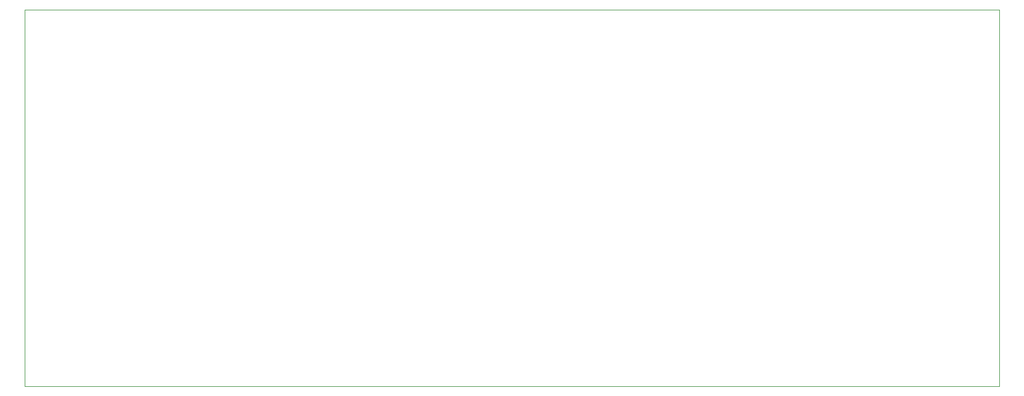
<source format=gbr>
%TF.GenerationSoftware,KiCad,Pcbnew,(6.0.4)*%
%TF.CreationDate,2023-08-24T18:54:07-03:00*%
%TF.ProjectId,PCB drive motor,50434220-6472-4697-9665-206d6f746f72,rev?*%
%TF.SameCoordinates,PX1a3bac8PY5add478*%
%TF.FileFunction,Other,User*%
%FSLAX46Y46*%
G04 Gerber Fmt 4.6, Leading zero omitted, Abs format (unit mm)*
G04 Created by KiCad (PCBNEW (6.0.4)) date 2023-08-24 18:54:07*
%MOMM*%
%LPD*%
G01*
G04 APERTURE LIST*
%TA.AperFunction,Profile*%
%ADD10C,0.100000*%
%TD*%
G04 APERTURE END LIST*
D10*
X0Y55523400D02*
X143581400Y55523400D01*
X143581400Y55523400D02*
X143581400Y0D01*
X143581400Y0D02*
X0Y0D01*
X0Y0D02*
X0Y55523400D01*
M02*

</source>
